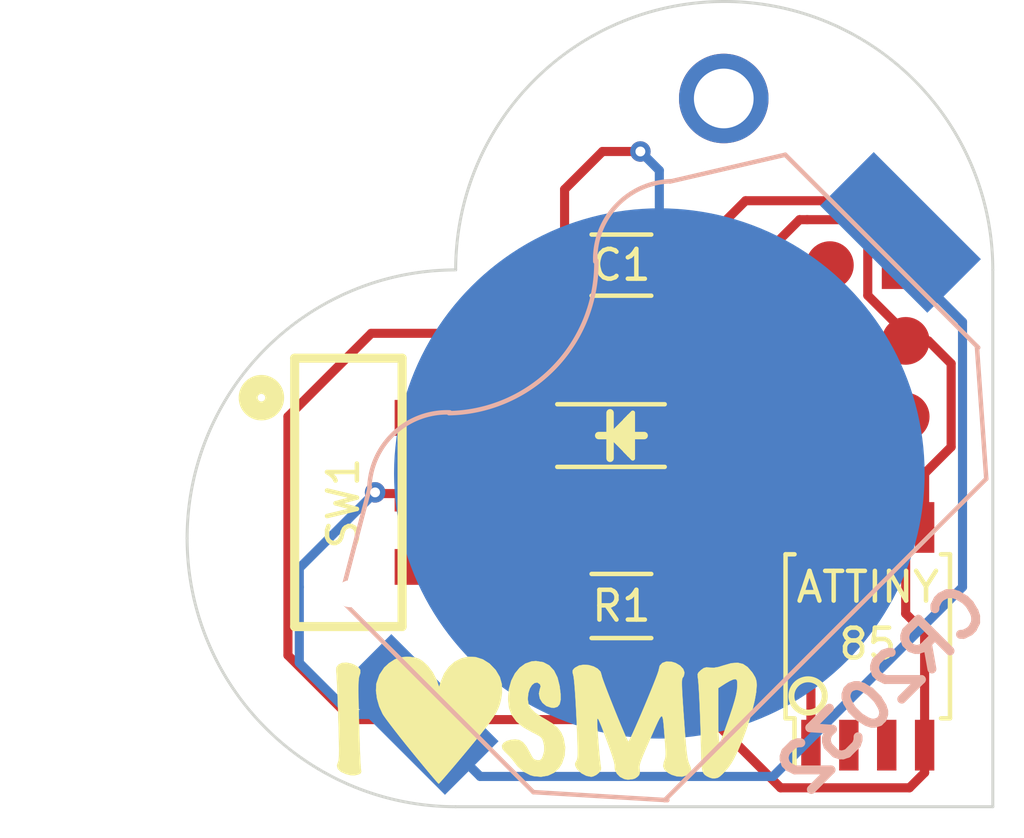
<source format=kicad_pcb>
(kicad_pcb (version 4) (host pcbnew 4.0.4-stable)

  (general
    (links 15)
    (no_connects 0)
    (area 191.769999 76.199999 218.870001 103.300001)
    (thickness 1.6)
    (drawings 21)
    (tracks 93)
    (zones 0)
    (modules 9)
    (nets 10)
  )

  (page USLetter)
  (layers
    (0 F.Cu signal)
    (31 B.Cu signal)
    (34 B.Paste user)
    (35 F.Paste user)
    (36 B.SilkS user)
    (37 F.SilkS user)
    (38 B.Mask user)
    (39 F.Mask user)
    (40 Dwgs.User user)
    (44 Edge.Cuts user)
  )

  (setup
    (last_trace_width 0.3048)
    (user_trace_width 0.254)
    (user_trace_width 0.3048)
    (user_trace_width 0.4064)
    (user_trace_width 0.6096)
    (user_trace_width 2.032)
    (trace_clearance 0.1524)
    (zone_clearance 0.508)
    (zone_45_only no)
    (trace_min 0.1524)
    (segment_width 0.254)
    (edge_width 0.1)
    (via_size 0.6858)
    (via_drill 0.3302)
    (via_min_size 0.6858)
    (via_min_drill 0.3302)
    (user_via 1 0.5)
    (uvia_size 0.762)
    (uvia_drill 0.508)
    (uvias_allowed no)
    (uvia_min_size 0.508)
    (uvia_min_drill 0.127)
    (pcb_text_width 0.3)
    (pcb_text_size 1.5 1.5)
    (mod_edge_width 0.15)
    (mod_text_size 1 1)
    (mod_text_width 0.15)
    (pad_size 3 3)
    (pad_drill 2)
    (pad_to_mask_clearance 0)
    (aux_axis_origin 0 0)
    (grid_origin 210.82 95.25)
    (visible_elements 7FFFFFFF)
    (pcbplotparams
      (layerselection 0x010f0_80000001)
      (usegerberextensions true)
      (excludeedgelayer true)
      (linewidth 0.100000)
      (plotframeref false)
      (viasonmask false)
      (mode 1)
      (useauxorigin false)
      (hpglpennumber 1)
      (hpglpenspeed 20)
      (hpglpendiameter 15)
      (hpglpenoverlay 2)
      (psnegative false)
      (psa4output false)
      (plotreference true)
      (plotvalue true)
      (plotinvisibletext false)
      (padsonsilk false)
      (subtractmaskfromsilk false)
      (outputformat 1)
      (mirror false)
      (drillshape 0)
      (scaleselection 1)
      (outputdirectory gerbers/))
  )

  (net 0 "")
  (net 1 GND)
  (net 2 +BATT)
  (net 3 "Net-(BT1-Pad1)")
  (net 4 "Net-(CON1-Pad1)")
  (net 5 "Net-(CON1-Pad3)")
  (net 6 "Net-(CON1-Pad4)")
  (net 7 "Net-(CON1-Pad5)")
  (net 8 "Net-(D1-Pad1)")
  (net 9 "Net-(IC1-Pad2)")

  (net_class Default "This is the default net class."
    (clearance 0.1524)
    (trace_width 0.1524)
    (via_dia 0.6858)
    (via_drill 0.3302)
    (uvia_dia 0.762)
    (uvia_drill 0.508)
    (add_net +BATT)
    (add_net GND)
    (add_net "Net-(BT1-Pad1)")
    (add_net "Net-(CON1-Pad1)")
    (add_net "Net-(CON1-Pad3)")
    (add_net "Net-(CON1-Pad4)")
    (add_net "Net-(CON1-Pad5)")
    (add_net "Net-(D1-Pad1)")
    (add_net "Net-(IC1-Pad2)")
  )

  (module Housings_SOIC:SOIJ-8_5.3x5.3mm_Pitch1.27mm (layer F.Cu) (tedit 58D85853) (tstamp 58C47A99)
    (at 214.63 97.536 90)
    (descr "8-Lead Plastic Small Outline (SM) - Medium, 5.28 mm Body [SOIC] (see Microchip Packaging Specification 00000049BS.pdf)")
    (tags "SOIC 1.27")
    (path /58C478D3)
    (attr smd)
    (fp_text reference ATTINY (at 1.651 0 180) (layer F.SilkS)
      (effects (font (size 1 1) (thickness 0.15)))
    )
    (fp_text value ATTINY (at 0 3.68 90) (layer F.Fab)
      (effects (font (size 1 1) (thickness 0.15)))
    )
    (fp_circle (center -2 -2) (end -2.25 -2.5) (layer F.SilkS) (width 0.2))
    (fp_line (start -4.75 -2.95) (end -4.75 2.95) (layer F.CrtYd) (width 0.05))
    (fp_line (start 4.75 -2.95) (end 4.75 2.95) (layer F.CrtYd) (width 0.05))
    (fp_line (start -4.75 -2.95) (end 4.75 -2.95) (layer F.CrtYd) (width 0.05))
    (fp_line (start -4.75 2.95) (end 4.75 2.95) (layer F.CrtYd) (width 0.05))
    (fp_line (start -2.75 -2.755) (end -2.75 -2.455) (layer F.SilkS) (width 0.15))
    (fp_line (start 2.75 -2.755) (end 2.75 -2.455) (layer F.SilkS) (width 0.15))
    (fp_line (start 2.75 2.755) (end 2.75 2.455) (layer F.SilkS) (width 0.15))
    (fp_line (start -2.75 2.755) (end -2.75 2.455) (layer F.SilkS) (width 0.15))
    (fp_line (start -2.75 -2.755) (end 2.75 -2.755) (layer F.SilkS) (width 0.15))
    (fp_line (start -2.75 2.755) (end 2.75 2.755) (layer F.SilkS) (width 0.15))
    (fp_line (start -2.75 -2.455) (end -4.5 -2.455) (layer F.SilkS) (width 0.15))
    (pad 1 smd rect (at -3.65 -1.905 90) (size 1.7 0.65) (layers F.Cu F.Paste F.Mask)
      (net 7 "Net-(CON1-Pad5)"))
    (pad 2 smd rect (at -3.65 -0.635 90) (size 1.7 0.65) (layers F.Cu F.Paste F.Mask)
      (net 9 "Net-(IC1-Pad2)"))
    (pad 3 smd rect (at -3.65 0.635 90) (size 1.7 0.65) (layers F.Cu F.Paste F.Mask))
    (pad 4 smd rect (at -3.65 1.905 90) (size 1.7 0.65) (layers F.Cu F.Paste F.Mask)
      (net 1 GND))
    (pad 5 smd rect (at 3.65 1.905 90) (size 1.7 0.65) (layers F.Cu F.Paste F.Mask)
      (net 6 "Net-(CON1-Pad4)"))
    (pad 6 smd rect (at 3.65 0.635 90) (size 1.7 0.65) (layers F.Cu F.Paste F.Mask)
      (net 4 "Net-(CON1-Pad1)"))
    (pad 7 smd rect (at 3.65 -0.635 90) (size 1.7 0.65) (layers F.Cu F.Paste F.Mask)
      (net 5 "Net-(CON1-Pad3)"))
    (pad 8 smd rect (at 3.65 -1.905 90) (size 1.7 0.65) (layers F.Cu F.Paste F.Mask)
      (net 2 +BATT))
    (model Housings_SOIC.3dshapes/SOIJ-8_5.3x5.3mm_Pitch1.27mm.wrl
      (at (xyz 0 0 0))
      (scale (xyz 1 1 1))
      (rotate (xyz 0 0 0))
    )
  )

  (module LEDs:LED-1206 (layer F.Cu) (tedit 58C4D23A) (tstamp 58C47B3C)
    (at 206.375 90.805)
    (descr "LED 1206 smd package")
    (tags "LED1206 SMD")
    (path /58C49927)
    (attr smd)
    (fp_text reference D1 (at 0 -2) (layer F.SilkS) hide
      (effects (font (size 1 1) (thickness 0.15)))
    )
    (fp_text value LED (at 0 2) (layer F.Fab)
      (effects (font (size 1 1) (thickness 0.15)))
    )
    (fp_line (start -0.762 0) (end 0.762 0) (layer F.SilkS) (width 0.25))
    (fp_line (start -0.381 -0.762) (end -0.381 0.762) (layer F.SilkS) (width 0.25))
    (fp_line (start -0.635 0) (end -0.508 0) (layer F.SilkS) (width 0.15))
    (fp_line (start 0.254 0.635) (end 0.381 0.762) (layer F.SilkS) (width 0.15))
    (fp_line (start 0.254 -0.635) (end 0.381 -0.762) (layer F.SilkS) (width 0.15))
    (fp_line (start 0.381 -0.762) (end 0.381 0.762) (layer F.SilkS) (width 0.15))
    (fp_line (start 0.127 -0.508) (end 0.254 -0.635) (layer F.SilkS) (width 0.15))
    (fp_line (start 0.127 0.508) (end 0.254 0.635) (layer F.SilkS) (width 0.15))
    (fp_line (start 0.254 0.508) (end 0.254 0.635) (layer F.SilkS) (width 0.15))
    (fp_line (start 0.254 -0.635) (end 0.254 0.508) (layer F.SilkS) (width 0.15))
    (fp_line (start -2.15 1.05) (end 1.45 1.05) (layer F.SilkS) (width 0.15))
    (fp_line (start -2.15 -1.05) (end 1.45 -1.05) (layer F.SilkS) (width 0.15))
    (fp_line (start 0.027 -0.3) (end 0.027 0.3) (layer F.SilkS) (width 0.15))
    (fp_line (start 0.027 0.3) (end -0.273 0) (layer F.SilkS) (width 0.15))
    (fp_line (start -0.273 0) (end -0.073 -0.2) (layer F.SilkS) (width 0.15))
    (fp_line (start -0.073 -0.2) (end -0.073 0.05) (layer F.SilkS) (width 0.15))
    (fp_line (start -0.073 0.05) (end -0.123 0) (layer F.SilkS) (width 0.15))
    (fp_line (start 0.127 0) (end 0.627 0) (layer F.SilkS) (width 0.15))
    (fp_line (start -0.373 0) (end 0.127 -0.5) (layer F.SilkS) (width 0.15))
    (fp_line (start 0.127 -0.5) (end 0.127 0.5) (layer F.SilkS) (width 0.15))
    (fp_line (start 0.127 0.5) (end -0.373 0) (layer F.SilkS) (width 0.15))
    (fp_line (start 2.5 -1.25) (end -2.5 -1.25) (layer F.CrtYd) (width 0.05))
    (fp_line (start -2.5 -1.25) (end -2.5 1.25) (layer F.CrtYd) (width 0.05))
    (fp_line (start -2.5 1.25) (end 2.5 1.25) (layer F.CrtYd) (width 0.05))
    (fp_line (start 2.5 1.25) (end 2.5 -1.25) (layer F.CrtYd) (width 0.05))
    (pad 2 smd rect (at 1.905 0 180) (size 2 1.80086) (layers F.Cu F.Paste F.Mask)
      (net 6 "Net-(CON1-Pad4)"))
    (pad 1 smd rect (at -1.905 0 180) (size 2 1.80086) (layers F.Cu F.Paste F.Mask)
      (net 8 "Net-(D1-Pad1)"))
    (model LEDs.3dshapes/LED_1206.wrl
      (at (xyz 0 0 0))
      (scale (xyz 1 1 1))
      (rotate (xyz 0 0 0))
    )
  )

  (module myFootPrints:BATT_CR2032_SMD (layer B.Cu) (tedit 56CFB5D2) (tstamp 586093B2)
    (at 207.645 92.075 45)
    (tags battery)
    (path /56CFA61E)
    (fp_text reference BT1 (at 0 -5.08 45) (layer B.SilkS) hide
      (effects (font (size 1.72974 1.08712) (thickness 0.27178)) (justify mirror))
    )
    (fp_text value Battery (at 0 2.54 45) (layer B.SilkS) hide
      (effects (font (size 1.524 1.016) (thickness 0.254)) (justify mirror))
    )
    (fp_line (start -7.1755 -6.5405) (end -10.541 -4.572) (layer B.SilkS) (width 0.15))
    (fp_line (start 7.1755 -6.6675) (end 10.541 -4.572) (layer B.SilkS) (width 0.15))
    (fp_arc (start -5.4229 -4.6355) (end -3.5179 -6.4135) (angle -90) (layer B.SilkS) (width 0.15))
    (fp_arc (start 5.4102 -4.7625) (end 7.1882 -6.6675) (angle -90) (layer B.SilkS) (width 0.15))
    (fp_arc (start -0.0635 -10.033) (end -3.556 -6.4135) (angle -90) (layer B.SilkS) (width 0.15))
    (fp_line (start 7.62 7.874) (end 10.541 4.5085) (layer B.SilkS) (width 0.15))
    (fp_line (start -10.541 4.572) (end -7.5565 7.9375) (layer B.SilkS) (width 0.15))
    (fp_line (start -7.62 7.874) (end 7.62 7.874) (layer B.SilkS) (width 0.15))
    (fp_line (start -10.541 -4.572) (end -10.541 4.572) (layer B.SilkS) (width 0.15))
    (fp_line (start 10.541 -4.572) (end 10.541 4.572) (layer B.SilkS) (width 0.15))
    (fp_circle (center 0 0) (end -10.16 0) (layer Dwgs.User) (width 0.15))
    (pad 2 smd circle (at 0 0 45) (size 17.78 17.78) (layers B.Cu B.Paste B.Mask)
      (net 1 GND))
    (pad 1 smd rect (at -11.43 0 45) (size 2.54 5.08) (layers B.Cu B.Paste B.Mask)
      (net 3 "Net-(BT1-Pad1)"))
    (pad 1 smd rect (at 11.43 0 45) (size 2.54 5.08) (layers B.Cu B.Paste B.Mask)
      (net 3 "Net-(BT1-Pad1)"))
  )

  (module SPST_SMD (layer F.Cu) (tedit 58D85833) (tstamp 586092E3)
    (at 200.025 92.71 270)
    (descr "Through hole pin header")
    (tags "pin header")
    (path /5860A0CD)
    (fp_text reference SW1 (at 0.365 2.97 270) (layer F.SilkS)
      (effects (font (size 1 1) (thickness 0.15)))
    )
    (fp_text value SPST (at 0.1 0 270) (layer F.Fab)
      (effects (font (size 1 1) (thickness 0.15)))
    )
    (fp_line (start -4.5 4.6) (end 4.5 4.6) (layer F.SilkS) (width 0.3048))
    (fp_line (start 4.5 1) (end 4.5 4.6) (layer F.SilkS) (width 0.3048))
    (fp_line (start -4.5 1) (end -4.5 4.6) (layer F.SilkS) (width 0.3048))
    (fp_line (start -4.5 1) (end 4.5 1) (layer F.SilkS) (width 0.3048))
    (fp_text user JS102011SAQN (at 0 1.7 270) (layer F.Fab)
      (effects (font (size 0.8 0.8) (thickness 0.1)))
    )
    (fp_line (start -1.75 14.45) (end 4.3 14.45) (layer F.CrtYd) (width 0.05))
    (pad "" np_thru_hole circle (at 3.4 2.75 270) (size 0.9 0.9) (drill 0.9) (layers *.Cu *.Mask))
    (pad 1 smd rect (at -2.5 0 270) (size 1.2 2.5) (layers F.Cu F.Paste F.Mask)
      (net 2 +BATT))
    (pad 2 smd rect (at 0.04 0 270) (size 1.2 2.5) (layers F.Cu F.Paste F.Mask)
      (net 3 "Net-(BT1-Pad1)"))
    (pad 3 smd rect (at 2.5 0 270) (size 1.2 2.5) (layers F.Cu F.Paste F.Mask))
    (pad "" np_thru_hole circle (at -3.4 2.75 270) (size 0.9 0.9) (drill 0.9) (layers *.Cu *.Mask))
  )

  (module Pin_Headers:Pin_Header_Straight_1x01 (layer F.Cu) (tedit 58C4AD73) (tstamp 5860AB5B)
    (at 209.804 79.502)
    (descr "Through hole pin header")
    (tags "pin header")
    (path /5860AE9A)
    (fp_text reference P1 (at -0.6 -0.5) (layer F.SilkS) hide
      (effects (font (size 0.127 0.127) (thickness 0.03175)))
    )
    (fp_text value CONN_01X01 (at 0 0.9) (layer F.Fab)
      (effects (font (size 0.127 0.127) (thickness 0.03175)))
    )
    (pad "" thru_hole circle (at 0 0) (size 3 3) (drill 2) (layers *.Cu *.Mask))
  )

  (module myFootPrints:AVR-ISP-6 (layer F.Cu) (tedit 5860A6AE) (tstamp 586092C3)
    (at 213.36 85.09)
    (descr "6-lead dip package, row spacing 7.62 mm (300 mils)")
    (tags "dil dip 2.54 300")
    (path /58609061)
    (fp_text reference CON1 (at 0 -2.54) (layer F.SilkS) hide
      (effects (font (size 1 1) (thickness 0.15)))
    )
    (fp_text value AVR-ISP-6 (at 0 -3.72) (layer F.Fab) hide
      (effects (font (size 1 1) (thickness 0.15)))
    )
    (pad 1 smd oval (at 0 0) (size 1.6 1.6) (layers F.Cu F.Paste F.Mask)
      (net 4 "Net-(CON1-Pad1)"))
    (pad 2 smd rect (at 2.54 0) (size 1.6 1.6) (layers F.Cu F.Paste F.Mask)
      (net 2 +BATT))
    (pad 3 smd oval (at 0 2.54) (size 1.6 1.6) (layers F.Cu F.Paste F.Mask)
      (net 5 "Net-(CON1-Pad3)"))
    (pad 4 smd oval (at 2.54 2.54) (size 1.6 1.6) (layers F.Cu F.Paste F.Mask)
      (net 6 "Net-(CON1-Pad4)"))
    (pad 5 smd oval (at 0 5.08) (size 1.6 1.6) (layers F.Cu F.Paste F.Mask)
      (net 7 "Net-(CON1-Pad5)"))
    (pad 6 smd oval (at 2.54 5.08) (size 1.6 1.6) (layers F.Cu F.Paste F.Mask)
      (net 1 GND))
  )

  (module Capacitors_SMD:C_1206_HandSoldering (layer F.Cu) (tedit 58C47DA8) (tstamp 58C47A8D)
    (at 206.375 85.09)
    (descr "Capacitor SMD 1206, hand soldering")
    (tags "capacitor 1206")
    (path /553FDF53)
    (attr smd)
    (fp_text reference C1 (at 0 0) (layer F.SilkS)
      (effects (font (size 1 1) (thickness 0.15)))
    )
    (fp_text value "0.1 uF" (at 0 2.3) (layer F.Fab)
      (effects (font (size 1 1) (thickness 0.15)))
    )
    (fp_line (start -3.3 -1.15) (end 3.3 -1.15) (layer F.CrtYd) (width 0.05))
    (fp_line (start -3.3 1.15) (end 3.3 1.15) (layer F.CrtYd) (width 0.05))
    (fp_line (start -3.3 -1.15) (end -3.3 1.15) (layer F.CrtYd) (width 0.05))
    (fp_line (start 3.3 -1.15) (end 3.3 1.15) (layer F.CrtYd) (width 0.05))
    (fp_line (start 1 -1.025) (end -1 -1.025) (layer F.SilkS) (width 0.15))
    (fp_line (start -1 1.025) (end 1 1.025) (layer F.SilkS) (width 0.15))
    (pad 1 smd rect (at -2 0) (size 2 1.6) (layers F.Cu F.Paste F.Mask)
      (net 1 GND))
    (pad 2 smd rect (at 2 0) (size 2 1.6) (layers F.Cu F.Paste F.Mask)
      (net 2 +BATT))
    (model Capacitors_SMD.3dshapes/C_1206_HandSoldering.wrl
      (at (xyz 0 0 0))
      (scale (xyz 1 1 1))
      (rotate (xyz 0 0 0))
    )
  )

  (module Resistors_SMD:R_1206_HandSoldering (layer F.Cu) (tedit 58C47DAE) (tstamp 58C47A9F)
    (at 206.375 96.52 180)
    (descr "Resistor SMD 1206, hand soldering")
    (tags "resistor 1206")
    (path /56CEB2B5)
    (attr smd)
    (fp_text reference R1 (at 0 0 180) (layer F.SilkS)
      (effects (font (size 1 1) (thickness 0.15)))
    )
    (fp_text value 330 (at 0 2.3 180) (layer F.Fab)
      (effects (font (size 1 1) (thickness 0.15)))
    )
    (fp_line (start -3.3 -1.2) (end 3.3 -1.2) (layer F.CrtYd) (width 0.05))
    (fp_line (start -3.3 1.2) (end 3.3 1.2) (layer F.CrtYd) (width 0.05))
    (fp_line (start -3.3 -1.2) (end -3.3 1.2) (layer F.CrtYd) (width 0.05))
    (fp_line (start 3.3 -1.2) (end 3.3 1.2) (layer F.CrtYd) (width 0.05))
    (fp_line (start 1 1.075) (end -1 1.075) (layer F.SilkS) (width 0.15))
    (fp_line (start -1 -1.075) (end 1 -1.075) (layer F.SilkS) (width 0.15))
    (pad 1 smd rect (at -2 0 180) (size 2 1.7) (layers F.Cu F.Paste F.Mask)
      (net 8 "Net-(D1-Pad1)"))
    (pad 2 smd rect (at 2 0 180) (size 2 1.7) (layers F.Cu F.Paste F.Mask)
      (net 1 GND))
    (model Resistors_SMD.3dshapes/R_1206_HandSoldering.wrl
      (at (xyz 0 0 0))
      (scale (xyz 1 1 1))
      (rotate (xyz 0 0 0))
    )
  )

  (module myFootPrints:IheartSMD (layer F.Cu) (tedit 0) (tstamp 58D86362)
    (at 203.835 100.33)
    (fp_text reference G*** (at 0 0) (layer F.SilkS) hide
      (effects (font (thickness 0.3)))
    )
    (fp_text value LOGO (at 0.75 0) (layer F.SilkS) hide
      (effects (font (thickness 0.3)))
    )
    (fp_poly (pts (xy -2.34405 -2.096245) (xy -2.105224 -2.02035) (xy -1.879461 -1.87745) (xy -1.67627 -1.665485)
      (xy -1.672077 -1.659965) (xy -1.535728 -1.428984) (xy -1.466826 -1.179985) (xy -1.462632 -0.900188)
      (xy -1.480305 -0.765648) (xy -1.506685 -0.630011) (xy -1.540934 -0.503324) (xy -1.587938 -0.377969)
      (xy -1.652583 -0.246325) (xy -1.739753 -0.100773) (xy -1.854334 0.066306) (xy -2.001212 0.26253)
      (xy -2.185271 0.495519) (xy -2.411397 0.772893) (xy -2.65632 1.068462) (xy -2.863883 1.316796)
      (xy -3.056151 1.544929) (xy -3.227337 1.746142) (xy -3.371657 1.913715) (xy -3.483327 2.040929)
      (xy -3.55656 2.121066) (xy -3.585338 2.147469) (xy -3.616012 2.117825) (xy -3.690038 2.034352)
      (xy -3.801593 1.903968) (xy -3.944854 1.733589) (xy -4.114 1.530133) (xy -4.303208 1.300517)
      (xy -4.474308 1.091353) (xy -4.682749 0.833626) (xy -4.880586 0.585062) (xy -5.060943 0.354598)
      (xy -5.216944 0.151173) (xy -5.34171 -0.016276) (xy -5.428366 -0.13881) (xy -5.462934 -0.193553)
      (xy -5.575671 -0.442679) (xy -5.651356 -0.710052) (xy -5.68505 -0.970983) (xy -5.671813 -1.200783)
      (xy -5.668122 -1.219233) (xy -5.570242 -1.503796) (xy -5.409772 -1.744798) (xy -5.251857 -1.892196)
      (xy -5.056812 -2.018715) (xy -4.866654 -2.087112) (xy -4.650419 -2.106675) (xy -4.549401 -2.10289)
      (xy -4.38003 -2.082879) (xy -4.251303 -2.040775) (xy -4.13585 -1.971583) (xy -3.949099 -1.803253)
      (xy -3.782896 -1.584088) (xy -3.657219 -1.341409) (xy -3.638259 -1.291192) (xy -3.5686 -1.093389)
      (xy -3.518915 -1.259848) (xy -3.401368 -1.54273) (xy -3.239839 -1.770965) (xy -3.043835 -1.942494)
      (xy -2.822863 -2.055257) (xy -2.586433 -2.107194) (xy -2.34405 -2.096245)) (layer F.SilkS) (width 0.01))
    (fp_poly (pts (xy 4.210181 -1.942334) (xy 4.354907 -1.898655) (xy 4.509585 -1.8085) (xy 4.610951 -1.696348)
      (xy 4.652707 -1.574999) (xy 4.628556 -1.457256) (xy 4.595388 -1.409846) (xy 4.581052 -1.384052)
      (xy 4.571272 -1.338764) (xy 4.566268 -1.266233) (xy 4.566261 -1.158706) (xy 4.571472 -1.008433)
      (xy 4.582122 -0.807662) (xy 4.598431 -0.548642) (xy 4.620622 -0.223622) (xy 4.635014 -0.019538)
      (xy 4.661576 0.347706) (xy 4.684425 0.645637) (xy 4.704585 0.882954) (xy 4.723077 1.068352)
      (xy 4.740923 1.210532) (xy 4.759146 1.318189) (xy 4.778769 1.400021) (xy 4.800814 1.464727)
      (xy 4.812779 1.492748) (xy 4.86011 1.604073) (xy 4.874765 1.673783) (xy 4.858609 1.73037)
      (xy 4.831274 1.775435) (xy 4.727443 1.867301) (xy 4.579917 1.910188) (xy 4.406042 1.903922)
      (xy 4.223164 1.848332) (xy 4.103179 1.782706) (xy 3.983992 1.677881) (xy 3.938703 1.562564)
      (xy 3.963135 1.422748) (xy 3.982132 1.376791) (xy 4.003807 1.317943) (xy 4.016854 1.247058)
      (xy 4.021452 1.150344) (xy 4.017776 1.014007) (xy 4.006003 0.824256) (xy 3.991631 0.63433)
      (xy 3.969436 0.343476) (xy 3.951134 0.123274) (xy 3.932095 -0.02632) (xy 3.90769 -0.105355)
      (xy 3.873292 -0.113877) (xy 3.824271 -0.051932) (xy 3.755999 0.080433) (xy 3.663846 0.283171)
      (xy 3.543184 0.556235) (xy 3.510691 0.629481) (xy 3.388617 0.905519) (xy 3.295606 1.120487)
      (xy 3.22816 1.284362) (xy 3.182779 1.407121) (xy 3.155967 1.498742) (xy 3.144223 1.5692)
      (xy 3.144049 1.628474) (xy 3.148128 1.663394) (xy 3.157036 1.778047) (xy 3.133809 1.852855)
      (xy 3.083401 1.909807) (xy 2.998885 1.969379) (xy 2.926596 1.992923) (xy 2.836247 2.001972)
      (xy 2.806965 2.008896) (xy 2.735111 2.009803) (xy 2.633855 1.989851) (xy 2.631163 1.98908)
      (xy 2.495802 1.920102) (xy 2.387776 1.81079) (xy 2.32431 1.683267) (xy 2.316829 1.585344)
      (xy 2.313086 1.512089) (xy 2.285363 1.390157) (xy 2.231922 1.213828) (xy 2.151025 0.977378)
      (xy 2.040931 0.675086) (xy 2.036923 0.664308) (xy 1.938752 0.40259) (xy 1.863553 0.208096)
      (xy 1.808302 0.074349) (xy 1.769975 -0.00513) (xy 1.745546 -0.036821) (xy 1.731991 -0.0272)
      (xy 1.727307 0.00118) (xy 1.726457 0.088072) (xy 1.73201 0.23249) (xy 1.742731 0.419067)
      (xy 1.757384 0.632437) (xy 1.774733 0.857233) (xy 1.793542 1.07809) (xy 1.812575 1.279639)
      (xy 1.830597 1.446516) (xy 1.846371 1.563353) (xy 1.856776 1.611074) (xy 1.850116 1.689328)
      (xy 1.789813 1.776366) (xy 1.695651 1.85421) (xy 1.587414 1.904882) (xy 1.522557 1.91477)
      (xy 1.362158 1.882289) (xy 1.201376 1.797514) (xy 1.071842 1.679447) (xy 1.0319 1.620012)
      (xy 0.989323 1.530362) (xy 0.986847 1.469528) (xy 1.023841 1.399627) (xy 1.028116 1.393074)
      (xy 1.045638 1.361348) (xy 1.058987 1.320474) (xy 1.068212 1.262057) (xy 1.07336 1.177702)
      (xy 1.074479 1.059016) (xy 1.071618 0.897605) (xy 1.064824 0.685073) (xy 1.054145 0.413028)
      (xy 1.039629 0.073075) (xy 1.036102 -0.007605) (xy 1.019704 -0.352791) (xy 1.002199 -0.668962)
      (xy 0.984253 -0.946912) (xy 0.966532 -1.177432) (xy 0.9497 -1.351314) (xy 0.934422 -1.459349)
      (xy 0.929803 -1.479092) (xy 0.902461 -1.586355) (xy 0.905961 -1.651164) (xy 0.947559 -1.705573)
      (xy 0.989516 -1.742861) (xy 1.11924 -1.813726) (xy 1.276952 -1.840572) (xy 1.44522 -1.828416)
      (xy 1.606611 -1.782277) (xy 1.743692 -1.707175) (xy 1.839031 -1.608128) (xy 1.875194 -1.490154)
      (xy 1.875195 -1.48788) (xy 1.889061 -1.432449) (xy 1.927988 -1.318218) (xy 1.987643 -1.155951)
      (xy 2.063688 -0.956414) (xy 2.151789 -0.730373) (xy 2.247611 -0.488593) (xy 2.346818 -0.241838)
      (xy 2.445074 -0.000876) (xy 2.538044 0.223529) (xy 2.621394 0.420612) (xy 2.690786 0.579607)
      (xy 2.741886 0.689749) (xy 2.770359 0.740272) (xy 2.773341 0.74233) (xy 2.797641 0.707698)
      (xy 2.846672 0.610777) (xy 2.916109 0.46183) (xy 3.001627 0.271121) (xy 3.098901 0.048913)
      (xy 3.203606 -0.194531) (xy 3.311417 -0.448948) (xy 3.418009 -0.704075) (xy 3.519058 -0.949648)
      (xy 3.610237 -1.175404) (xy 3.687223 -1.37108) (xy 3.74569 -1.526414) (xy 3.781314 -1.631141)
      (xy 3.790461 -1.671302) (xy 3.822869 -1.806741) (xy 3.911858 -1.900375) (xy 4.045079 -1.947231)
      (xy 4.210181 -1.942334)) (layer F.SilkS) (width 0.01))
    (fp_poly (pts (xy 6.611152 -1.865882) (xy 6.768849 -1.761157) (xy 6.916401 -1.590471) (xy 6.945923 -1.547851)
      (xy 7.025612 -1.412648) (xy 7.063559 -1.291976) (xy 7.072923 -1.150907) (xy 7.055285 -0.924379)
      (xy 7.005674 -0.644287) (xy 6.929042 -0.325947) (xy 6.830339 0.015324) (xy 6.714518 0.36421)
      (xy 6.58653 0.705395) (xy 6.451328 1.023562) (xy 6.313862 1.303394) (xy 6.234125 1.443614)
      (xy 6.144558 1.574225) (xy 6.037521 1.705783) (xy 5.9277 1.822894) (xy 5.82978 1.910163)
      (xy 5.758446 1.952196) (xy 5.747391 1.953847) (xy 5.679798 1.965695) (xy 5.65958 1.97196)
      (xy 5.58984 1.969808) (xy 5.493372 1.939564) (xy 5.490307 1.938222) (xy 5.404553 1.897661)
      (xy 5.339203 1.854595) (xy 5.291255 1.798295) (xy 5.257705 1.718032) (xy 5.235552 1.603077)
      (xy 5.221792 1.442701) (xy 5.213422 1.226174) (xy 5.207441 0.942768) (xy 5.207147 0.926493)
      (xy 5.199974 0.594325) (xy 5.190449 0.254891) (xy 5.179064 -0.081148) (xy 5.166307 -0.40313)
      (xy 5.152668 -0.700395) (xy 5.138637 -0.962283) (xy 5.132537 -1.056781) (xy 5.783384 -1.056781)
      (xy 5.783384 -0.199432) (xy 5.784524 0.120145) (xy 5.788206 0.36829) (xy 5.794827 0.551695)
      (xy 5.804782 0.677053) (xy 5.818468 0.751057) (xy 5.836279 0.780398) (xy 5.841398 0.781539)
      (xy 5.857413 0.746785) (xy 5.89456 0.65099) (xy 5.948084 0.506858) (xy 6.013233 0.327089)
      (xy 6.049789 0.224693) (xy 6.170786 -0.122019) (xy 6.2647 -0.406164) (xy 6.334202 -0.637446)
      (xy 6.381963 -0.825565) (xy 6.410655 -0.980226) (xy 6.422948 -1.111129) (xy 6.423632 -1.13323)
      (xy 6.422684 -1.258376) (xy 6.408739 -1.325289) (xy 6.375296 -1.353618) (xy 6.348764 -1.359522)
      (xy 6.278291 -1.344743) (xy 6.167015 -1.295181) (xy 6.037911 -1.22122) (xy 6.026379 -1.213836)
      (xy 5.783384 -1.056781) (xy 5.132537 -1.056781) (xy 5.124702 -1.178131) (xy 5.111355 -1.33728)
      (xy 5.099083 -1.429069) (xy 5.098956 -1.429663) (xy 5.091105 -1.515274) (xy 5.122008 -1.58235)
      (xy 5.201495 -1.65836) (xy 5.294825 -1.726139) (xy 5.380789 -1.751003) (xy 5.49977 -1.74412)
      (xy 5.507835 -1.743074) (xy 5.642889 -1.738311) (xy 5.790445 -1.763592) (xy 5.95923 -1.816398)
      (xy 6.218137 -1.890292) (xy 6.431513 -1.907857) (xy 6.611152 -1.865882)) (layer F.SilkS) (width 0.01))
    (fp_poly (pts (xy -0.08157 -1.924859) (xy 0.119595 -1.818609) (xy 0.279311 -1.647326) (xy 0.396236 -1.412426)
      (xy 0.466339 -1.132373) (xy 0.500202 -0.862655) (xy 0.501546 -0.65965) (xy 0.468366 -0.518122)
      (xy 0.398658 -0.432833) (xy 0.290417 -0.398547) (xy 0.187007 -0.402567) (xy 0.022986 -0.458462)
      (xy -0.107678 -0.566887) (xy -0.193914 -0.710176) (xy -0.22465 -0.870663) (xy -0.196209 -1.014011)
      (xy -0.167136 -1.109175) (xy -0.181089 -1.172167) (xy -0.195414 -1.191881) (xy -0.278029 -1.245413)
      (xy -0.369251 -1.232389) (xy -0.45776 -1.161828) (xy -0.532239 -1.042744) (xy -0.581313 -0.884458)
      (xy -0.600584 -0.68899) (xy -0.574129 -0.522805) (xy -0.495226 -0.375621) (xy -0.357152 -0.237156)
      (xy -0.153185 -0.097128) (xy -0.0149 -0.018128) (xy 0.223532 0.127163) (xy 0.396984 0.271723)
      (xy 0.51748 0.428179) (xy 0.597046 0.609158) (xy 0.604015 0.631773) (xy 0.655343 0.924217)
      (xy 0.636198 1.206319) (xy 0.548448 1.466012) (xy 0.450415 1.623815) (xy 0.286878 1.776761)
      (xy 0.079863 1.875382) (xy -0.154297 1.915659) (xy -0.399267 1.89357) (xy -0.512491 1.860858)
      (xy -0.748329 1.740098) (xy -0.946 1.556863) (xy -1.022725 1.45561) (xy -1.121166 1.327126)
      (xy -1.230147 1.205768) (xy -1.27831 1.15977) (xy -1.368909 1.071732) (xy -1.43624 0.991383)
      (xy -1.448715 0.971564) (xy -1.465512 0.873525) (xy -1.414822 0.786441) (xy -1.307233 0.717766)
      (xy -1.153334 0.674957) (xy -1.012348 0.664308) (xy -0.876932 0.686654) (xy -0.758934 0.759596)
      (xy -0.648527 0.891984) (xy -0.535883 1.092672) (xy -0.535153 1.094154) (xy -0.465871 1.228004)
      (xy -0.41207 1.306136) (xy -0.358451 1.34467) (xy -0.289713 1.359726) (xy -0.282378 1.360469)
      (xy -0.194043 1.359893) (xy -0.141119 1.322752) (xy -0.096762 1.234724) (xy -0.046514 1.054309)
      (xy -0.050882 0.865654) (xy -0.080832 0.730435) (xy -0.105883 0.658031) (xy -0.144138 0.601611)
      (xy -0.210683 0.54875) (xy -0.320602 0.487023) (xy -0.46023 0.417902) (xy -0.755259 0.249762)
      (xy -0.977739 0.06329) (xy -1.132413 -0.14826) (xy -1.224021 -0.391633) (xy -1.257305 -0.673574)
      (xy -1.257581 -0.71638) (xy -1.228979 -1.026375) (xy -1.150871 -1.305792) (xy -1.029403 -1.546426)
      (xy -0.870719 -1.740071) (xy -0.680962 -1.878524) (xy -0.466276 -1.953578) (xy -0.322842 -1.964662)
      (xy -0.08157 -1.924859)) (layer F.SilkS) (width 0.01))
    (fp_poly (pts (xy -6.518611 -1.882257) (xy -6.409155 -1.83689) (xy -6.276787 -1.754816) (xy -6.213258 -1.670643)
      (xy -6.210551 -1.568093) (xy -6.236569 -1.486461) (xy -6.251088 -1.43895) (xy -6.262123 -1.372811)
      (xy -6.269766 -1.28017) (xy -6.274107 -1.153157) (xy -6.275237 -0.983901) (xy -6.273246 -0.76453)
      (xy -6.268226 -0.487173) (xy -6.260268 -0.143958) (xy -6.254608 0.078154) (xy -6.245346 0.41081)
      (xy -6.235495 0.724) (xy -6.225449 1.00785) (xy -6.215604 1.252481) (xy -6.206357 1.448018)
      (xy -6.198102 1.584584) (xy -6.1916 1.65037) (xy -6.180359 1.748638) (xy -6.20133 1.800393)
      (xy -6.266818 1.834698) (xy -6.270189 1.835985) (xy -6.406266 1.868926) (xy -6.552799 1.859856)
      (xy -6.691624 1.823843) (xy -6.862868 1.747438) (xy -6.964249 1.649742) (xy -6.993148 1.534965)
      (xy -6.948992 1.410561) (xy -6.936851 1.371172) (xy -6.928407 1.293703) (xy -6.923653 1.17199)
      (xy -6.922584 0.999871) (xy -6.925194 0.771185) (xy -6.931478 0.479767) (xy -6.941429 0.119456)
      (xy -6.947627 -0.083601) (xy -6.958527 -0.414351) (xy -6.969819 -0.72455) (xy -6.98107 -1.004507)
      (xy -6.991847 -1.244531) (xy -7.001715 -1.434928) (xy -7.010242 -1.566007) (xy -7.016649 -1.626487)
      (xy -7.01007 -1.750297) (xy -6.943571 -1.842421) (xy -6.830558 -1.898219) (xy -6.684436 -1.913045)
      (xy -6.518611 -1.882257)) (layer F.SilkS) (width 0.01))
  )

  (gr_text CR2032 (at 215.138 99.314 45) (layer B.SilkS)
    (effects (font (size 1.5 1.5) (thickness 0.3)) (justify mirror))
  )
  (gr_circle (center 194.31 89.535) (end 194.31 89.662) (layer F.SilkS) (width 0.3))
  (gr_circle (center 194.31 89.535) (end 194.437 89.916) (layer F.SilkS) (width 0.254))
  (gr_text 85 (at 214.63 97.79) (layer F.SilkS)
    (effects (font (size 1 1) (thickness 0.15)))
  )
  (gr_circle (center 194.31 89.535) (end 193.675 89.535) (layer F.SilkS) (width 0.254))
  (gr_line (start 200.82 103.25) (end 196.82 99.25) (angle 90) (layer Dwgs.User) (width 0.254))
  (gr_line (start 202.82 101.25) (end 200.82 103.25) (angle 90) (layer Dwgs.User) (width 0.254))
  (gr_line (start 198.82 97.25) (end 202.82 101.25) (angle 90) (layer Dwgs.User) (width 0.254))
  (gr_line (start 196.82 99.25) (end 198.82 97.25) (angle 90) (layer Dwgs.User) (width 0.254))
  (gr_line (start 216.82 87.25) (end 218.82 85.25) (angle 90) (layer Dwgs.User) (width 0.254))
  (gr_line (start 216.82 87.25) (end 212.82 83.25) (angle 90) (layer Dwgs.User) (width 0.254))
  (gr_line (start 214.82 81.25) (end 218.82 85.25) (angle 90) (layer Dwgs.User) (width 0.254))
  (gr_line (start 212.82 83.25) (end 214.82 81.25) (angle 90) (layer Dwgs.User) (width 0.254))
  (gr_circle (center 207.82 92.25) (end 197.82 90.25) (layer Dwgs.User) (width 0.254))
  (gr_line (start 200.82 103.25) (end 218.82 103.25) (angle 90) (layer Edge.Cuts) (width 0.1))
  (gr_arc (start 200.82 94.25) (end 200.82 103.25) (angle 90) (layer Edge.Cuts) (width 0.1))
  (gr_arc (start 200.82 94.25) (end 191.82 94.25) (angle 90) (layer Edge.Cuts) (width 0.1))
  (gr_arc (start 209.82 85.25) (end 200.82 85.25) (angle 90) (layer Edge.Cuts) (width 0.1))
  (gr_arc (start 209.82 85.25) (end 209.82 76.25) (angle 90) (layer Edge.Cuts) (width 0.1))
  (gr_line (start 218.82 103.25) (end 218.82 85.25) (angle 90) (layer Edge.Cuts) (width 0.1))
  (gr_line (start 202.32 86.75) (end 219.82 104.25) (angle 90) (layer Dwgs.User) (width 0.1))

  (segment (start 207.645 92.075) (end 207.645 81.915) (width 0.3048) (layer B.Cu) (net 1))
  (segment (start 204.47 82.55) (end 204.47 84.995) (width 0.3048) (layer F.Cu) (net 1) (tstamp 58D85783))
  (segment (start 205.74 81.28) (end 204.47 82.55) (width 0.3048) (layer F.Cu) (net 1) (tstamp 58D85782))
  (segment (start 207.01 81.28) (end 205.74 81.28) (width 0.3048) (layer F.Cu) (net 1) (tstamp 58D85781))
  (via (at 207.01 81.28) (size 0.6858) (drill 0.3302) (layers F.Cu B.Cu) (net 1))
  (segment (start 207.645 81.915) (end 207.01 81.28) (width 0.3048) (layer B.Cu) (net 1) (tstamp 58D85777))
  (segment (start 204.47 84.995) (end 204.375 85.09) (width 0.3048) (layer F.Cu) (net 1) (tstamp 58D85785))
  (segment (start 216.535 101.186) (end 216.535 102.108) (width 0.3048) (layer F.Cu) (net 1))
  (segment (start 201.803 87.376) (end 202.819 86.36) (width 0.3048) (layer F.Cu) (net 1) (tstamp 58D85725))
  (segment (start 197.993 87.376) (end 201.803 87.376) (width 0.3048) (layer F.Cu) (net 1) (tstamp 58D85723))
  (segment (start 195.199 90.17) (end 197.993 87.376) (width 0.3048) (layer F.Cu) (net 1) (tstamp 58D85721))
  (segment (start 195.199 98.171) (end 195.199 90.17) (width 0.3048) (layer F.Cu) (net 1) (tstamp 58D8571F))
  (segment (start 197.358 100.33) (end 195.199 98.171) (width 0.3048) (layer F.Cu) (net 1) (tstamp 58D8571D))
  (segment (start 209.423 100.33) (end 197.358 100.33) (width 0.3048) (layer F.Cu) (net 1) (tstamp 58D85719))
  (segment (start 211.709 102.616) (end 209.423 100.33) (width 0.3048) (layer F.Cu) (net 1) (tstamp 58D85710))
  (segment (start 216.027 102.616) (end 211.709 102.616) (width 0.3048) (layer F.Cu) (net 1) (tstamp 58D85707))
  (segment (start 216.535 102.108) (end 216.027 102.616) (width 0.3048) (layer F.Cu) (net 1) (tstamp 58D85703))
  (segment (start 204.375 85.09) (end 204.089 85.09) (width 0.3048) (layer F.Cu) (net 1))
  (segment (start 204.089 85.09) (end 202.819 86.36) (width 0.3048) (layer F.Cu) (net 1) (tstamp 58D85607))
  (segment (start 202.819 86.36) (end 202.692 86.487) (width 0.3048) (layer F.Cu) (net 1) (tstamp 58D85728))
  (segment (start 202.692 94.837) (end 204.375 96.52) (width 0.3048) (layer F.Cu) (net 1) (tstamp 58D8560A))
  (segment (start 202.692 86.487) (end 202.692 94.837) (width 0.3048) (layer F.Cu) (net 1) (tstamp 58D85608))
  (segment (start 216.535 101.186) (end 216.535 97.409) (width 0.3048) (layer F.Cu) (net 1))
  (segment (start 215.9 96.774) (end 215.9 90.17) (width 0.3048) (layer F.Cu) (net 1) (tstamp 58D852AF))
  (segment (start 216.535 97.409) (end 215.9 96.774) (width 0.3048) (layer F.Cu) (net 1) (tstamp 58D852AD))
  (segment (start 201.93 92.583) (end 201.93 90.932) (width 0.3048) (layer F.Cu) (net 2))
  (segment (start 212.725 96.266) (end 210.185 98.806) (width 0.3048) (layer F.Cu) (net 2) (tstamp 58D856EA))
  (segment (start 210.185 98.806) (end 203.454 98.806) (width 0.3048) (layer F.Cu) (net 2) (tstamp 58D856EC))
  (segment (start 203.454 98.806) (end 201.93 97.282) (width 0.3048) (layer F.Cu) (net 2) (tstamp 58D856EE))
  (segment (start 201.93 97.282) (end 201.93 92.583) (width 0.3048) (layer F.Cu) (net 2) (tstamp 58D856F0))
  (segment (start 212.725 93.886) (end 212.725 96.266) (width 0.3048) (layer F.Cu) (net 2))
  (segment (start 201.93 90.932) (end 201.208 90.21) (width 0.3048) (layer F.Cu) (net 2) (tstamp 58D8639E))
  (segment (start 201.208 90.21) (end 200.025 90.21) (width 0.3048) (layer F.Cu) (net 2) (tstamp 58D863A2))
  (segment (start 208.375 85.09) (end 208.375 85.122) (width 0.3048) (layer F.Cu) (net 2))
  (segment (start 208.375 85.122) (end 206.375 87.122) (width 0.3048) (layer F.Cu) (net 2) (tstamp 58D856D1))
  (segment (start 207.805 93.886) (end 212.725 93.886) (width 0.3048) (layer F.Cu) (net 2) (tstamp 58D856DA))
  (segment (start 206.375 92.456) (end 207.805 93.886) (width 0.3048) (layer F.Cu) (net 2) (tstamp 58D856D8))
  (segment (start 206.375 87.122) (end 206.375 92.456) (width 0.3048) (layer F.Cu) (net 2) (tstamp 58D856D5))
  (segment (start 215.9 85.09) (end 215.9 83.439) (width 0.3048) (layer F.Cu) (net 2))
  (segment (start 210.534 82.931) (end 208.375 85.09) (width 0.3048) (layer F.Cu) (net 2) (tstamp 58D8567F))
  (segment (start 215.392 82.931) (end 210.534 82.931) (width 0.3048) (layer F.Cu) (net 2) (tstamp 58D8567E))
  (segment (start 215.9 83.439) (end 215.392 82.931) (width 0.3048) (layer F.Cu) (net 2) (tstamp 58D8567D))
  (segment (start 195.58 95.25) (end 198.12 92.71) (width 0.3048) (layer B.Cu) (net 3) (tstamp 58D85957))
  (segment (start 198.16 92.75) (end 200.025 92.75) (width 0.3048) (layer F.Cu) (net 3) (tstamp 58D8595F))
  (via (at 198.12 92.71) (size 0.6858) (drill 0.3302) (layers F.Cu B.Cu) (net 3))
  (segment (start 198.12 92.71) (end 198.16 92.75) (width 0.3048) (layer F.Cu) (net 3) (tstamp 58D8595E))
  (segment (start 199.562769 100.157231) (end 197.312231 100.157231) (width 0.3048) (layer B.Cu) (net 3))
  (segment (start 197.312231 100.157231) (end 195.58 98.425) (width 0.3048) (layer B.Cu) (net 3) (tstamp 58D8579B))
  (segment (start 195.58 98.425) (end 195.58 95.885) (width 0.3048) (layer B.Cu) (net 3))
  (segment (start 195.58 95.885) (end 195.58 95.25) (width 0.3048) (layer B.Cu) (net 3))
  (segment (start 215.727231 83.992769) (end 215.727231 84.917231) (width 0.3048) (layer B.Cu) (net 3))
  (segment (start 215.727231 84.917231) (end 217.805 86.995) (width 0.3048) (layer B.Cu) (net 3) (tstamp 58D857AD))
  (segment (start 217.805 86.995) (end 217.805 95.885) (width 0.3048) (layer B.Cu) (net 3) (tstamp 58D857B4))
  (segment (start 217.805 95.885) (end 211.455 102.235) (width 0.3048) (layer B.Cu) (net 3) (tstamp 58D857BA))
  (segment (start 211.455 102.235) (end 201.640538 102.235) (width 0.3048) (layer B.Cu) (net 3) (tstamp 58D857BF))
  (segment (start 201.640538 102.235) (end 199.562769 100.157231) (width 0.3048) (layer B.Cu) (net 3) (tstamp 58D857C4))
  (segment (start 215.265 93.886) (end 215.265 91.567) (width 0.3048) (layer F.Cu) (net 4))
  (segment (start 214.63 86.868) (end 213.36 85.598) (width 0.3048) (layer F.Cu) (net 4) (tstamp 58D852C1))
  (segment (start 214.63 90.932) (end 214.63 86.868) (width 0.3048) (layer F.Cu) (net 4) (tstamp 58D852C0))
  (segment (start 215.265 91.567) (end 214.63 90.932) (width 0.3048) (layer F.Cu) (net 4) (tstamp 58D852BE))
  (segment (start 213.995 93.886) (end 213.995 92.329) (width 0.3048) (layer F.Cu) (net 5))
  (segment (start 211.836 88.392) (end 212.598 87.63) (width 0.3048) (layer F.Cu) (net 5) (tstamp 58D852FA))
  (segment (start 211.836 90.932) (end 211.836 88.392) (width 0.3048) (layer F.Cu) (net 5) (tstamp 58D852F9))
  (segment (start 212.598 91.694) (end 211.836 90.932) (width 0.3048) (layer F.Cu) (net 5) (tstamp 58D852F3))
  (segment (start 213.36 91.694) (end 212.598 91.694) (width 0.3048) (layer F.Cu) (net 5) (tstamp 58D852F1))
  (segment (start 213.995 92.329) (end 213.36 91.694) (width 0.3048) (layer F.Cu) (net 5) (tstamp 58D852EF))
  (segment (start 212.598 87.63) (end 213.36 87.63) (width 0.3048) (layer F.Cu) (net 5) (tstamp 58D852FC))
  (segment (start 210.439 86.995) (end 210.439 88.646) (width 0.3048) (layer F.Cu) (net 6))
  (segment (start 212.598 83.566) (end 212.344 83.566) (width 0.3048) (layer F.Cu) (net 6))
  (segment (start 214.63 86.106) (end 214.63 84.328) (width 0.3048) (layer F.Cu) (net 6) (tstamp 58D8537E))
  (segment (start 214.63 84.328) (end 213.868 83.566) (width 0.3048) (layer F.Cu) (net 6) (tstamp 58D85381))
  (segment (start 213.868 83.566) (end 212.598 83.566) (width 0.3048) (layer F.Cu) (net 6) (tstamp 58D85382))
  (segment (start 215.9 87.376) (end 214.63 86.106) (width 0.3048) (layer F.Cu) (net 6) (tstamp 58D8537B))
  (segment (start 210.439 85.471) (end 210.439 86.995) (width 0.3048) (layer F.Cu) (net 6) (tstamp 58D85672))
  (segment (start 212.344 83.566) (end 210.439 85.471) (width 0.3048) (layer F.Cu) (net 6) (tstamp 58D8566F))
  (segment (start 210.439 88.646) (end 208.28 90.805) (width 0.3048) (layer F.Cu) (net 6) (tstamp 58D856C8))
  (segment (start 208.788 90.297) (end 208.28 90.805) (width 0.3048) (layer F.Cu) (net 6) (tstamp 58D856C3))
  (segment (start 215.9 87.63) (end 215.9 87.376) (width 0.3048) (layer F.Cu) (net 6))
  (segment (start 215.9 87.63) (end 216.154 87.63) (width 0.3048) (layer F.Cu) (net 6))
  (segment (start 216.535 93.886) (end 216.535 92.075) (width 0.3048) (layer F.Cu) (net 6))
  (segment (start 217.424 88.392) (end 216.662 87.63) (width 0.3048) (layer F.Cu) (net 6) (tstamp 58D85296))
  (segment (start 217.424 91.186) (end 217.424 88.392) (width 0.3048) (layer F.Cu) (net 6) (tstamp 58D85293))
  (segment (start 216.535 92.075) (end 217.424 91.186) (width 0.3048) (layer F.Cu) (net 6) (tstamp 58D8528E))
  (segment (start 216.662 87.63) (end 215.9 87.63) (width 0.3048) (layer F.Cu) (net 6) (tstamp 58D8529A))
  (segment (start 208.375 90.9) (end 208.28 90.805) (width 0.3048) (layer F.Cu) (net 6) (tstamp 58D8560E))
  (segment (start 213.36 90.17) (end 213.36 90.678) (width 0.3048) (layer F.Cu) (net 7))
  (segment (start 213.36 90.678) (end 214.63 91.948) (width 0.3048) (layer F.Cu) (net 7) (tstamp 58D85313))
  (segment (start 214.63 91.948) (end 214.63 96.774) (width 0.3048) (layer F.Cu) (net 7) (tstamp 58D85316))
  (segment (start 214.63 96.774) (end 212.725 98.679) (width 0.3048) (layer F.Cu) (net 7) (tstamp 58D85319))
  (segment (start 212.725 98.679) (end 212.725 101.186) (width 0.3048) (layer F.Cu) (net 7) (tstamp 58D8531B))
  (segment (start 204.47 90.805) (end 204.47 92.615) (width 0.3048) (layer F.Cu) (net 8))
  (segment (start 204.47 92.615) (end 208.375 96.52) (width 0.3048) (layer F.Cu) (net 8) (tstamp 58D856BF))
  (segment (start 204.375 90.9) (end 204.47 90.805) (width 0.3048) (layer F.Cu) (net 8) (tstamp 58D8532E))

)

</source>
